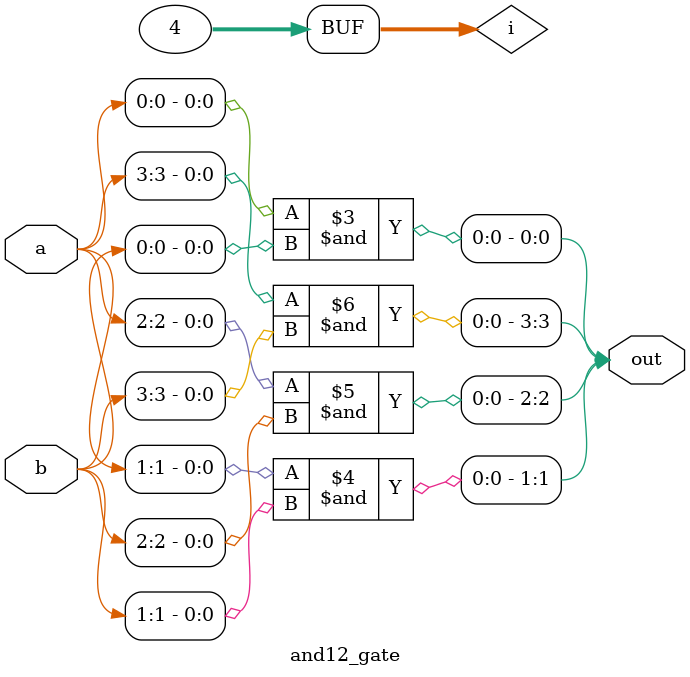
<source format=v>
module and12_gate (
    input wire [3:0] a,
    input wire [3:0] b,
    output reg [3:0] out
);

integer i;

always @(*) begin
    for (i = 0; i < 4; i = i + 1) begin
        out[i] = a[i] & b[i];
    end
end


endmodule

</source>
